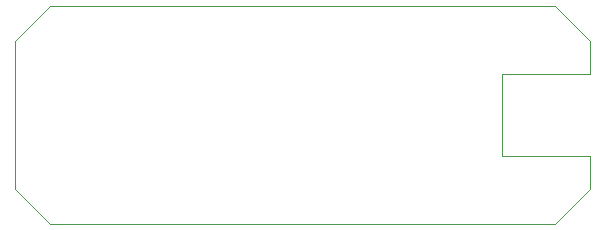
<source format=gbr>
%TF.GenerationSoftware,KiCad,Pcbnew,8.0.1*%
%TF.CreationDate,2024-10-18T10:30:41+02:00*%
%TF.ProjectId,Curmea,4375726d-6561-42e6-9b69-6361645f7063,rev?*%
%TF.SameCoordinates,Original*%
%TF.FileFunction,Profile,NP*%
%FSLAX46Y46*%
G04 Gerber Fmt 4.6, Leading zero omitted, Abs format (unit mm)*
G04 Created by KiCad (PCBNEW 8.0.1) date 2024-10-18 10:30:41*
%MOMM*%
%LPD*%
G01*
G04 APERTURE LIST*
%TA.AperFunction,Profile*%
%ADD10C,0.050000*%
%TD*%
G04 APERTURE END LIST*
D10*
X154750000Y-75250000D02*
X154750000Y-82250000D01*
X162250000Y-85000000D02*
X159250000Y-88000000D01*
X159250000Y-69500000D02*
X116500000Y-69500000D01*
X113500000Y-72500000D02*
X113500000Y-85000000D01*
X159250000Y-88000000D02*
X116500000Y-88000000D01*
X162250000Y-82250000D02*
X162250000Y-85000000D01*
X116500000Y-88000000D02*
X113500000Y-85000000D01*
X154750000Y-82250000D02*
X162250000Y-82250000D01*
X162250000Y-72500000D02*
X162250000Y-75250000D01*
X159250000Y-69500000D02*
X162250000Y-72500000D01*
X116500000Y-69500000D02*
X113500000Y-72500000D01*
X162250000Y-75250000D02*
X154750000Y-75250000D01*
M02*

</source>
